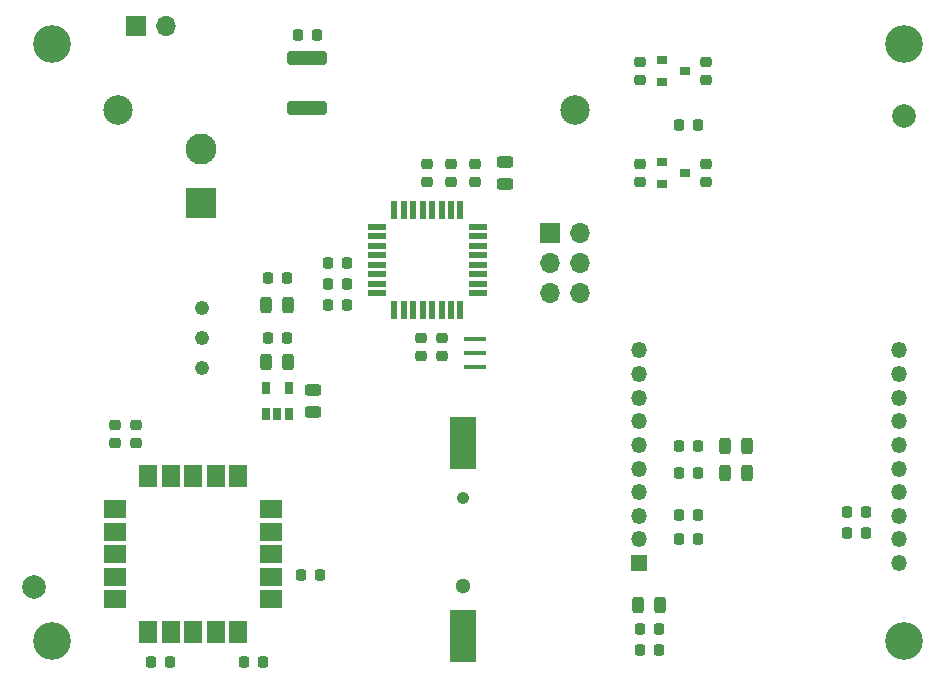
<source format=gbr>
%TF.GenerationSoftware,KiCad,Pcbnew,(6.0.7)*%
%TF.CreationDate,2022-09-05T17:33:02-05:00*%
%TF.ProjectId,tracker,74726163-6b65-4722-9e6b-696361645f70,1.0*%
%TF.SameCoordinates,Original*%
%TF.FileFunction,Soldermask,Top*%
%TF.FilePolarity,Negative*%
%FSLAX46Y46*%
G04 Gerber Fmt 4.6, Leading zero omitted, Abs format (unit mm)*
G04 Created by KiCad (PCBNEW (6.0.7)) date 2022-09-05 17:33:02*
%MOMM*%
%LPD*%
G01*
G04 APERTURE LIST*
G04 Aperture macros list*
%AMRoundRect*
0 Rectangle with rounded corners*
0 $1 Rounding radius*
0 $2 $3 $4 $5 $6 $7 $8 $9 X,Y pos of 4 corners*
0 Add a 4 corners polygon primitive as box body*
4,1,4,$2,$3,$4,$5,$6,$7,$8,$9,$2,$3,0*
0 Add four circle primitives for the rounded corners*
1,1,$1+$1,$2,$3*
1,1,$1+$1,$4,$5*
1,1,$1+$1,$6,$7*
1,1,$1+$1,$8,$9*
0 Add four rect primitives between the rounded corners*
20,1,$1+$1,$2,$3,$4,$5,0*
20,1,$1+$1,$4,$5,$6,$7,0*
20,1,$1+$1,$6,$7,$8,$9,0*
20,1,$1+$1,$8,$9,$2,$3,0*%
G04 Aperture macros list end*
%ADD10R,2.300000X4.500000*%
%ADD11C,1.050000*%
%ADD12C,1.300000*%
%ADD13RoundRect,0.218750X0.256250X-0.218750X0.256250X0.218750X-0.256250X0.218750X-0.256250X-0.218750X0*%
%ADD14RoundRect,0.218750X-0.256250X0.218750X-0.256250X-0.218750X0.256250X-0.218750X0.256250X0.218750X0*%
%ADD15RoundRect,0.243750X-0.243750X-0.456250X0.243750X-0.456250X0.243750X0.456250X-0.243750X0.456250X0*%
%ADD16RoundRect,0.218750X-0.218750X-0.256250X0.218750X-0.256250X0.218750X0.256250X-0.218750X0.256250X0*%
%ADD17RoundRect,0.218750X0.218750X0.256250X-0.218750X0.256250X-0.218750X-0.256250X0.218750X-0.256250X0*%
%ADD18RoundRect,0.243750X0.456250X-0.243750X0.456250X0.243750X-0.456250X0.243750X-0.456250X-0.243750X0*%
%ADD19RoundRect,0.243750X0.243750X0.456250X-0.243750X0.456250X-0.243750X-0.456250X0.243750X-0.456250X0*%
%ADD20RoundRect,0.249999X1.450001X-0.312501X1.450001X0.312501X-1.450001X0.312501X-1.450001X-0.312501X0*%
%ADD21C,2.000000*%
%ADD22C,3.200000*%
%ADD23R,1.700000X1.700000*%
%ADD24O,1.700000X1.700000*%
%ADD25R,0.900000X0.800000*%
%ADD26R,2.625000X2.625000*%
%ADD27C,2.625000*%
%ADD28R,1.350000X1.350000*%
%ADD29O,1.350000X1.350000*%
%ADD30R,0.550000X1.600000*%
%ADD31R,1.600000X0.550000*%
%ADD32C,1.219200*%
%ADD33C,2.500000*%
%ADD34RoundRect,0.000001X0.750000X-0.900000X0.750000X0.900000X-0.750000X0.900000X-0.750000X-0.900000X0*%
%ADD35RoundRect,0.000001X0.900000X-0.750000X0.900000X0.750000X-0.900000X0.750000X-0.900000X-0.750000X0*%
%ADD36R,0.650000X1.060000*%
%ADD37R,1.900000X0.400000*%
G04 APERTURE END LIST*
D10*
%TO.C,BT1*%
X149860000Y-141071000D03*
X149860000Y-124671000D03*
D11*
X149860000Y-129371000D03*
D12*
X149860000Y-136821000D03*
%TD*%
D13*
%TO.C,C1*%
X148844000Y-101066500D03*
X148844000Y-102641500D03*
%TD*%
D14*
%TO.C,C2*%
X148082000Y-115798500D03*
X148082000Y-117373500D03*
%TD*%
%TO.C,C3*%
X146304000Y-117373500D03*
X146304000Y-115798500D03*
%TD*%
D15*
%TO.C,C4*%
X164670500Y-138430000D03*
X166545500Y-138430000D03*
%TD*%
D16*
%TO.C,C5*%
X164820500Y-140462000D03*
X166395500Y-140462000D03*
%TD*%
D13*
%TO.C,C6*%
X146812000Y-102641500D03*
X146812000Y-101066500D03*
%TD*%
D16*
%TO.C,C7*%
X164820500Y-142240000D03*
X166395500Y-142240000D03*
%TD*%
D17*
%TO.C,C8*%
X182346500Y-132334000D03*
X183921500Y-132334000D03*
%TD*%
%TO.C,C9*%
X123418500Y-143256000D03*
X124993500Y-143256000D03*
%TD*%
%TO.C,C10*%
X135864500Y-90170000D03*
X137439500Y-90170000D03*
%TD*%
%TO.C,C11*%
X132867500Y-143256000D03*
X131292500Y-143256000D03*
%TD*%
D18*
%TO.C,C12*%
X137160000Y-120220500D03*
X137160000Y-122095500D03*
%TD*%
D15*
%TO.C,C13*%
X133174500Y-117856000D03*
X135049500Y-117856000D03*
%TD*%
D16*
%TO.C,C14*%
X133324500Y-115824000D03*
X134899500Y-115824000D03*
%TD*%
D18*
%TO.C,D1*%
X153416000Y-100916500D03*
X153416000Y-102791500D03*
%TD*%
D19*
%TO.C,D2*%
X173911500Y-124968000D03*
X172036500Y-124968000D03*
%TD*%
%TO.C,D3*%
X172036500Y-127254000D03*
X173911500Y-127254000D03*
%TD*%
D15*
%TO.C,D4*%
X133174500Y-113030000D03*
X135049500Y-113030000D03*
%TD*%
D20*
%TO.C,F1*%
X136652000Y-96371500D03*
X136652000Y-92096500D03*
%TD*%
D21*
%TO.C,FID1*%
X187198000Y-97028000D03*
%TD*%
%TO.C,FID2*%
X113538000Y-136906000D03*
%TD*%
D22*
%TO.C,H1*%
X115062000Y-141478000D03*
%TD*%
%TO.C,H2*%
X187198000Y-141478000D03*
%TD*%
%TO.C,H3*%
X187198000Y-90932000D03*
%TD*%
%TO.C,H4*%
X115062000Y-90932000D03*
%TD*%
D23*
%TO.C,J2*%
X157226000Y-106934000D03*
D24*
X159766000Y-106934000D03*
X157226000Y-109474000D03*
X159766000Y-109474000D03*
X157226000Y-112014000D03*
X159766000Y-112014000D03*
%TD*%
%TO.C,J4*%
X124714000Y-89408000D03*
D23*
X122174000Y-89408000D03*
%TD*%
D25*
%TO.C,Q1*%
X166640000Y-92268000D03*
X166640000Y-94168000D03*
X168640000Y-93218000D03*
%TD*%
%TO.C,Q2*%
X168640000Y-101854000D03*
X166640000Y-102804000D03*
X166640000Y-100904000D03*
%TD*%
D14*
%TO.C,R1*%
X164846000Y-94005500D03*
X164846000Y-92430500D03*
%TD*%
D13*
%TO.C,R2*%
X170434000Y-94005500D03*
X170434000Y-92430500D03*
%TD*%
D14*
%TO.C,R3*%
X164846000Y-102641500D03*
X164846000Y-101066500D03*
%TD*%
D13*
%TO.C,R4*%
X170434000Y-102641500D03*
X170434000Y-101066500D03*
%TD*%
D16*
%TO.C,R5*%
X138404500Y-109474000D03*
X139979500Y-109474000D03*
%TD*%
D13*
%TO.C,R6*%
X150876000Y-101066500D03*
X150876000Y-102641500D03*
%TD*%
D16*
%TO.C,R7*%
X182346500Y-130556000D03*
X183921500Y-130556000D03*
%TD*%
%TO.C,R8*%
X169697500Y-124968000D03*
X168122500Y-124968000D03*
%TD*%
%TO.C,R9*%
X168122500Y-127254000D03*
X169697500Y-127254000D03*
%TD*%
%TO.C,R10*%
X139979500Y-111252000D03*
X138404500Y-111252000D03*
%TD*%
%TO.C,R11*%
X139979500Y-113030000D03*
X138404500Y-113030000D03*
%TD*%
D13*
%TO.C,R12*%
X120396000Y-124739500D03*
X120396000Y-123164500D03*
%TD*%
%TO.C,R13*%
X122174000Y-123164500D03*
X122174000Y-124739500D03*
%TD*%
D16*
%TO.C,R14*%
X168122500Y-132842000D03*
X169697500Y-132842000D03*
%TD*%
%TO.C,R15*%
X168122500Y-130810000D03*
X169697500Y-130810000D03*
%TD*%
D17*
%TO.C,R16*%
X137693500Y-135890000D03*
X136118500Y-135890000D03*
%TD*%
D16*
%TO.C,R17*%
X133324500Y-110744000D03*
X134899500Y-110744000D03*
%TD*%
%TO.C,R18*%
X169697500Y-97790000D03*
X168122500Y-97790000D03*
%TD*%
D26*
%TO.C,SW1*%
X127688000Y-104422000D03*
D27*
X127688000Y-99822000D03*
%TD*%
D28*
%TO.C,U1*%
X164768000Y-134874000D03*
D29*
X186768000Y-134874000D03*
X164768000Y-132874000D03*
X186768000Y-132874000D03*
X164768000Y-130874000D03*
X186768000Y-130874000D03*
X164768000Y-128874000D03*
X186768000Y-128874000D03*
X164768000Y-126874000D03*
X186768000Y-126874000D03*
X164768000Y-124874000D03*
X186768000Y-124874000D03*
X164768000Y-122874000D03*
X186768000Y-122874000D03*
X164768000Y-120874000D03*
X186768000Y-120874000D03*
X164768000Y-118874000D03*
X186768000Y-118874000D03*
X164768000Y-116874000D03*
X186768000Y-116874000D03*
%TD*%
D30*
%TO.C,U2*%
X144012000Y-113470000D03*
X144812000Y-113470000D03*
X145612000Y-113470000D03*
X146412000Y-113470000D03*
X147212000Y-113470000D03*
X148012000Y-113470000D03*
X148812000Y-113470000D03*
X149612000Y-113470000D03*
D31*
X151062000Y-112020000D03*
X151062000Y-111220000D03*
X151062000Y-110420000D03*
X151062000Y-109620000D03*
X151062000Y-108820000D03*
X151062000Y-108020000D03*
X151062000Y-107220000D03*
X151062000Y-106420000D03*
D30*
X149612000Y-104970000D03*
X148812000Y-104970000D03*
X148012000Y-104970000D03*
X147212000Y-104970000D03*
X146412000Y-104970000D03*
X145612000Y-104970000D03*
X144812000Y-104970000D03*
X144012000Y-104970000D03*
D31*
X142562000Y-106420000D03*
X142562000Y-107220000D03*
X142562000Y-108020000D03*
X142562000Y-108820000D03*
X142562000Y-109620000D03*
X142562000Y-110420000D03*
X142562000Y-111220000D03*
X142562000Y-112020000D03*
%TD*%
D32*
%TO.C,U3*%
X127762000Y-118364000D03*
X127762000Y-115824000D03*
X127762000Y-113284000D03*
%TD*%
D33*
%TO.C,U4*%
X120604000Y-96474000D03*
X159304000Y-96474000D03*
%TD*%
D34*
%TO.C,U5*%
X123200000Y-140712000D03*
X125100000Y-140712000D03*
X127000000Y-140712000D03*
X128900000Y-140712000D03*
X130800000Y-140712000D03*
D35*
X133600000Y-137912000D03*
X133600000Y-136012000D03*
X133600000Y-134112000D03*
X133600000Y-132212000D03*
X133600000Y-130312000D03*
D34*
X130800000Y-127512000D03*
X128900000Y-127512000D03*
X127000000Y-127512000D03*
X125100000Y-127512000D03*
X123200000Y-127512000D03*
D35*
X120400000Y-130312000D03*
X120400000Y-132212000D03*
X120400000Y-134112000D03*
X120400000Y-136012000D03*
X120400000Y-137912000D03*
%TD*%
D36*
%TO.C,U6*%
X133162000Y-122258000D03*
X134112000Y-122258000D03*
X135062000Y-122258000D03*
X135062000Y-120058000D03*
X133162000Y-120058000D03*
%TD*%
D37*
%TO.C,Y1*%
X150876000Y-118294000D03*
X150876000Y-117094000D03*
X150876000Y-115894000D03*
%TD*%
M02*

</source>
